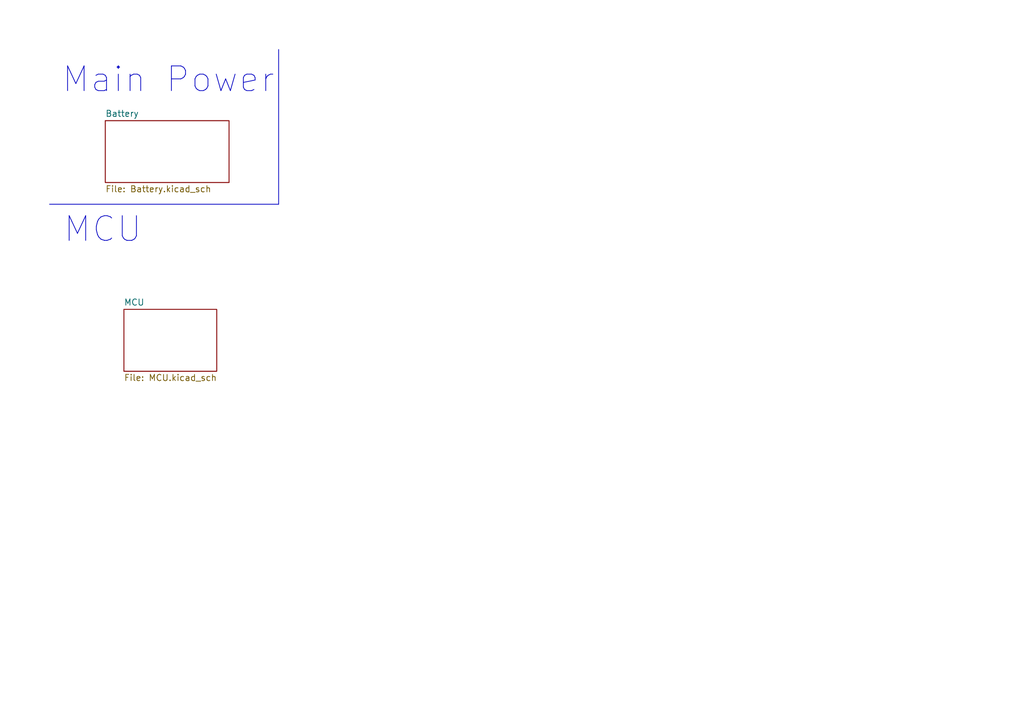
<source format=kicad_sch>
(kicad_sch
	(version 20250114)
	(generator "eeschema")
	(generator_version "9.0")
	(uuid "469e2ca7-6169-4be1-984d-25fff1926a82")
	(paper "A5")
	(title_block
		(title "ANCP Rocket Motor Test Station")
		(date "2024-09-20")
		(rev "2.0")
	)
	(lib_symbols)
	(text "Main Power"
		(exclude_from_sim no)
		(at 34.544 16.51 0)
		(effects
			(font
				(size 5.08 5.08)
			)
		)
		(uuid "346a5597-f8fa-48ee-a4ee-76931a590283")
	)
	(text "MCU"
		(exclude_from_sim no)
		(at 21.082 47.244 0)
		(effects
			(font
				(size 5.08 5.08)
			)
		)
		(uuid "366eb92d-fdf4-4664-a6c2-7528a82f16db")
	)
	(polyline
		(pts
			(xy 57.15 41.91) (xy 10.16 41.91)
		)
		(stroke
			(width 0)
			(type default)
		)
		(uuid "7df2dcc1-11e2-47ed-b407-17b363bd3066")
	)
	(polyline
		(pts
			(xy 57.15 10.16) (xy 57.15 41.91)
		)
		(stroke
			(width 0)
			(type default)
		)
		(uuid "b0458d84-20d5-44f5-b4be-8945eca99b78")
	)
	(sheet
		(at 25.4 63.5)
		(size 19.05 12.7)
		(exclude_from_sim no)
		(in_bom yes)
		(on_board yes)
		(dnp no)
		(fields_autoplaced yes)
		(stroke
			(width 0.1524)
			(type solid)
		)
		(fill
			(color 0 0 0 0.0000)
		)
		(uuid "265fd318-4ce8-42c0-aee8-1af26c45517f")
		(property "Sheetname" "MCU"
			(at 25.4 62.7884 0)
			(effects
				(font
					(size 1.27 1.27)
				)
				(justify left bottom)
			)
		)
		(property "Sheetfile" "MCU.kicad_sch"
			(at 25.4 76.7846 0)
			(effects
				(font
					(size 1.27 1.27)
				)
				(justify left top)
			)
		)
		(instances
			(project "Solid Rocket Motor Test Station ver 2.0"
				(path "/469e2ca7-6169-4be1-984d-25fff1926a82"
					(page "3")
				)
			)
		)
	)
	(sheet
		(at 21.59 24.765)
		(size 25.4 12.7)
		(exclude_from_sim no)
		(in_bom yes)
		(on_board yes)
		(dnp no)
		(fields_autoplaced yes)
		(stroke
			(width 0.1524)
			(type solid)
		)
		(fill
			(color 0 0 0 0.0000)
		)
		(uuid "b0a7958e-0ff2-4f3c-b742-3489a868ab73")
		(property "Sheetname" "Battery"
			(at 21.59 24.0534 0)
			(effects
				(font
					(size 1.27 1.27)
				)
				(justify left bottom)
			)
		)
		(property "Sheetfile" "Battery.kicad_sch"
			(at 21.59 38.0496 0)
			(effects
				(font
					(size 1.27 1.27)
				)
				(justify left top)
			)
		)
		(instances
			(project "Solid Rocket Motor Test Station ver 2.0"
				(path "/469e2ca7-6169-4be1-984d-25fff1926a82"
					(page "2")
				)
			)
		)
	)
	(sheet_instances
		(path "/"
			(page "1")
		)
	)
	(embedded_fonts no)
)

</source>
